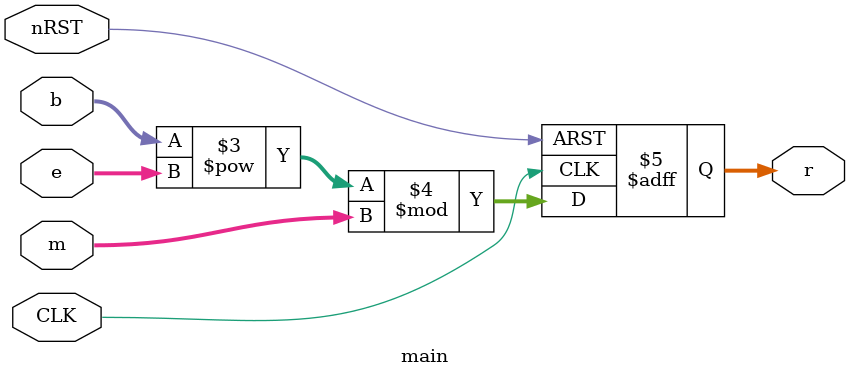
<source format=v>
module main (
	input CLK,
	input nRST,
	input[15:0] b,
	input[15:0] e,
	input[15:0] m,
	output[15:0] r
);
	reg r;

	always @(posedge CLK or negedge nRST) begin
		if (!nRST) begin
			r <= 0;
		end
		else begin
			r <= (b**e) % m;
		end
	end
endmodule

</source>
